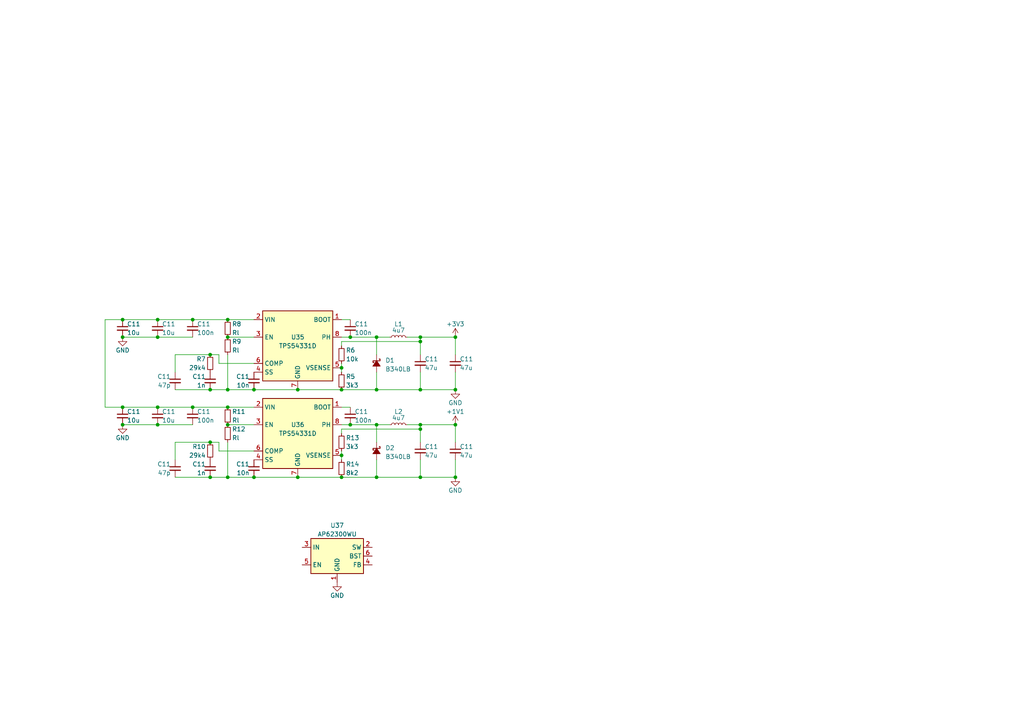
<source format=kicad_sch>
(kicad_sch (version 20230121) (generator eeschema)
  (paper "A4")
  (lib_symbols
    (symbol "Device:C_Small" (pin_numbers hide) (pin_names (offset 0.254) hide)
      (property "Reference" "C" (at 0.254 1.778 0))
      (property "Value" "C_Small" (at 0.254 -2.032 0))
      (symbol "C_Small_0_1"
        (polyline (pts (xy -1.524 -0.508) (xy 1.524 -0.508)) (stroke (width 0.3302)))
        (polyline (pts (xy -1.524 0.508) (xy 1.524 0.508)) (stroke (width 0.3048)))
      )
      (symbol "C_Small_1_1"
        (pin passive line (at 0 2.54 270) (length 2.032) (name "~") (number "1"))
        (pin passive line (at 0 -2.54 90) (length 2.032) (name "~") (number "2"))
      )
    )
    (symbol "Device:D_Schottky_Small_Filled" (pin_numbers hide) (pin_names (offset 0.254) hide)
      (property "Reference" "D" (at -1.27 2.032 0))
      (property "Value" "D_Schottky_Small_Filled" (at -7.112 -2.032 0))
      (symbol "D_Schottky_Small_Filled_0_1"
        (polyline (pts (xy -0.762 0) (xy 0.762 0)))
        (polyline (pts (xy 0.762 -1.016) (xy -0.762 0) (xy 0.762 1.016) (xy 0.762 -1.016)) (stroke (width 0.254)) (fill (type outline)))
        (polyline (pts (xy -1.27 0.762) (xy -1.27 1.016) (xy -0.762 1.016) (xy -0.762 -1.016) (xy -0.254 -1.016) (xy -0.254 -0.762)) (stroke (width 0.254)))
      )
      (symbol "D_Schottky_Small_Filled_1_1"
        (pin passive line (at -2.54 0 0) (length 1.778) (name "K") (number "1"))
        (pin passive line (at 2.54 0 180) (length 1.778) (name "A") (number "2"))
      )
    )
    (symbol "Device:L_Small" (pin_numbers hide) (pin_names (offset 0.254) hide)
      (property "Reference" "L" (at 0.762 1.016 0))
      (property "Value" "L_Small" (at 0.762 -1.016 0))
      (symbol "L_Small_0_1"
        (arc (start 0 -2.032) (mid 0.5058 -1.524) (end 0 -1.016))
        (arc (start 0 -1.016) (mid 0.5058 -0.508) (end 0 0))
        (arc (start 0 0) (mid 0.5058 0.508) (end 0 1.016))
        (arc (start 0 1.016) (mid 0.5058 1.524) (end 0 2.032))
      )
      (symbol "L_Small_1_1"
        (pin passive line (at 0 2.54 270) (length 0.508) (name "~") (number "1"))
        (pin passive line (at 0 -2.54 90) (length 0.508) (name "~") (number "2"))
      )
    )
    (symbol "Device:R_Small" (pin_numbers hide) (pin_names (offset 0.254) hide)
      (property "Reference" "R" (at 0.762 0.508 0))
      (property "Value" "R_Small" (at 0.762 -1.016 0))
      (symbol "R_Small_0_1"
        (rectangle (start -0.762 1.778) (end 0.762 -1.778) (stroke (width 0.2032)))
      )
      (symbol "R_Small_1_1"
        (pin passive line (at 0 2.54 270) (length 0.762) (name "~") (number "1"))
        (pin passive line (at 0 -2.54 90) (length 0.762) (name "~") (number "2"))
      )
    )
    (symbol "GW_Power:TPS54331D"
      (property "Reference" "U" (at 0 2.54 0))
      (property "Value" "TPS54331D" (at 0 0 0))
      (symbol "TPS54331D_1_1"
        (rectangle (start -10.16 10.16) (end 10.16 -10.16) (stroke (width 0.254)) (fill (type background)))
        (pin output line (at 12.7 7.62 180) (length 2.54) (name "BOOT") (number "1"))
        (pin power_in line (at -12.7 7.62 0) (length 2.54) (name "VIN") (number "2"))
        (pin input line (at -12.7 2.54 0) (length 2.54) (name "EN") (number "3"))
        (pin output line (at -12.7 -7.62 0) (length 2.54) (name "SS") (number "4"))
        (pin input line (at 12.7 -6.35 180) (length 2.54) (name "VSENSE") (number "5"))
        (pin output line (at -12.7 -5.08 0) (length 2.54) (name "COMP") (number "6"))
        (pin power_in line (at 0 -12.7 90) (length 2.54) (name "GND") (number "7"))
        (pin output line (at 12.7 2.54 180) (length 2.54) (name "PH") (number "8"))
      )
    )
    (symbol "Regulator_Switching:AP62300WU"
      (property "Reference" "U" (at -7.62 6.35 0))
      (property "Value" "AP62300WU" (at 2.54 6.35 0))
      (symbol "AP62300WU_0_1"
        (rectangle (start -7.62 5.08) (end 7.62 -5.08) (stroke (width 0.254)) (fill (type background)))
      )
      (symbol "AP62300WU_1_1"
        (pin power_in line (at 0 -7.62 90) (length 2.54) (name "GND") (number "1"))
        (pin output line (at 10.16 2.54 180) (length 2.54) (name "SW") (number "2"))
        (pin power_in line (at -10.16 2.54 0) (length 2.54) (name "IN") (number "3"))
        (pin input line (at 10.16 -2.54 180) (length 2.54) (name "FB") (number "4"))
        (pin input line (at -10.16 -2.54 0) (length 2.54) (name "EN") (number "5"))
        (pin passive line (at 10.16 0 180) (length 2.54) (name "BST") (number "6"))
      )
    )
    (symbol "power:+1V1" (power) (pin_names (offset 0))
      (property "Value" "+1V1" (at 0 3.556 0))
      (symbol "+1V1_0_1"
        (polyline (pts (xy -0.762 1.27) (xy 0 2.54)))
        (polyline (pts (xy 0 0) (xy 0 2.54)))
        (polyline (pts (xy 0 2.54) (xy 0.762 1.27)))
      )
      (symbol "+1V1_1_1"
        (pin power_in line (at 0 0 90) (length 0) hide (name "+1V1") (number "1"))
      )
    )
    (symbol "power:+3V3" (power) (pin_names (offset 0))
      (property "Value" "+3V3" (at 0 3.556 0))
      (symbol "+3V3_0_1"
        (polyline (pts (xy -0.762 1.27) (xy 0 2.54)))
        (polyline (pts (xy 0 0) (xy 0 2.54)))
        (polyline (pts (xy 0 2.54) (xy 0.762 1.27)))
      )
      (symbol "+3V3_1_1"
        (pin power_in line (at 0 0 90) (length 0) hide (name "+3V3") (number "1"))
      )
    )
    (symbol "power:GND" (power) (pin_names (offset 0))
      (property "Value" "GND" (at 0 -3.81 0))
      (symbol "GND_0_1"
        (polyline (pts (xy 0 0) (xy 0 -1.27) (xy 1.27 -1.27) (xy 0 -2.54) (xy -1.27 -1.27) (xy 0 -1.27)))
      )
      (symbol "GND_1_1"
        (pin power_in line (at 0 0 270) (length 0) hide (name "GND") (number "1"))
      )
    )
  )
  (junction (at 66.04 113.03))
  (junction (at 121.92 99.06))
  (junction (at 99.06 138.43))
  (junction (at 66.04 118.11))
  (junction (at 73.66 138.43))
  (junction (at 35.56 97.79))
  (junction (at 109.22 97.79))
  (junction (at 60.96 113.03))
  (junction (at 55.88 118.11))
  (junction (at 66.04 92.71))
  (junction (at 66.04 123.19))
  (junction (at 101.6 123.19))
  (junction (at 99.06 106.68))
  (junction (at 73.66 113.03))
  (junction (at 132.08 97.79))
  (junction (at 121.92 97.79))
  (junction (at 121.92 124.46))
  (junction (at 66.04 138.43))
  (junction (at 121.92 113.03))
  (junction (at 35.56 118.11))
  (junction (at 45.72 123.19))
  (junction (at 86.36 113.03))
  (junction (at 109.22 138.43))
  (junction (at 109.22 113.03))
  (junction (at 55.88 92.71))
  (junction (at 99.06 132.08))
  (junction (at 101.6 97.79))
  (junction (at 86.36 138.43))
  (junction (at 121.92 138.43))
  (junction (at 99.06 113.03))
  (junction (at 132.08 123.19))
  (junction (at 109.22 123.19))
  (junction (at 35.56 123.19))
  (junction (at 66.04 97.79))
  (junction (at 60.96 102.87))
  (junction (at 121.92 123.19))
  (junction (at 45.72 92.71))
  (junction (at 60.96 128.27))
  (junction (at 45.72 97.79))
  (junction (at 132.08 138.43))
  (junction (at 45.72 118.11))
  (junction (at 60.96 138.43))
  (junction (at 35.56 92.71))
  (junction (at 132.08 113.03))
  (wire (pts (xy 99.06 99.06) (xy 99.06 100.33)))
  (wire (pts (xy 63.5 128.27) (xy 63.5 130.81)))
  (wire (pts (xy 99.06 99.06) (xy 121.92 99.06)))
  (wire (pts (xy 45.72 123.19) (xy 55.88 123.19)))
  (wire (pts (xy 86.36 138.43) (xy 99.06 138.43)))
  (wire (pts (xy 35.56 92.71) (xy 45.72 92.71)))
  (wire (pts (xy 121.92 97.79) (xy 121.92 99.06)))
  (wire (pts (xy 121.92 97.79) (xy 132.08 97.79)))
  (wire (pts (xy 60.96 128.27) (xy 63.5 128.27)))
  (wire (pts (xy 121.92 113.03) (xy 132.08 113.03)))
  (wire (pts (xy 99.06 124.46) (xy 121.92 124.46)))
  (wire (pts (xy 55.88 92.71) (xy 66.04 92.71)))
  (wire (pts (xy 121.92 138.43) (xy 132.08 138.43)))
  (wire (pts (xy 99.06 113.03) (xy 109.22 113.03)))
  (wire (pts (xy 86.36 113.03) (xy 99.06 113.03)))
  (wire (pts (xy 109.22 128.27) (xy 109.22 123.19)))
  (wire (pts (xy 60.96 138.43) (xy 66.04 138.43)))
  (wire (pts (xy 45.72 92.71) (xy 55.88 92.71)))
  (wire (pts (xy 73.66 113.03) (xy 86.36 113.03)))
  (wire (pts (xy 99.06 105.41) (xy 99.06 106.68)))
  (wire (pts (xy 30.48 118.11) (xy 35.56 118.11)))
  (wire (pts (xy 66.04 113.03) (xy 73.66 113.03)))
  (wire (pts (xy 63.5 102.87) (xy 63.5 105.41)))
  (wire (pts (xy 99.06 130.81) (xy 99.06 132.08)))
  (wire (pts (xy 99.06 138.43) (xy 109.22 138.43)))
  (wire (pts (xy 101.6 92.71) (xy 99.06 92.71)))
  (wire (pts (xy 99.06 132.08) (xy 99.06 133.35)))
  (wire (pts (xy 50.8 138.43) (xy 60.96 138.43)))
  (wire (pts (xy 99.06 97.79) (xy 101.6 97.79)))
  (wire (pts (xy 121.92 138.43) (xy 109.22 138.43)))
  (wire (pts (xy 132.08 113.03) (xy 132.08 107.95)))
  (wire (pts (xy 109.22 113.03) (xy 109.22 107.95)))
  (wire (pts (xy 132.08 123.19) (xy 132.08 128.27)))
  (wire (pts (xy 121.92 99.06) (xy 121.92 102.87)))
  (wire (pts (xy 66.04 138.43) (xy 73.66 138.43)))
  (wire (pts (xy 50.8 102.87) (xy 50.8 107.95)))
  (wire (pts (xy 121.92 124.46) (xy 121.92 128.27)))
  (wire (pts (xy 121.92 123.19) (xy 121.92 124.46)))
  (wire (pts (xy 50.8 128.27) (xy 50.8 133.35)))
  (wire (pts (xy 60.96 128.27) (xy 50.8 128.27)))
  (wire (pts (xy 121.92 123.19) (xy 132.08 123.19)))
  (wire (pts (xy 99.06 106.68) (xy 99.06 107.95)))
  (wire (pts (xy 101.6 123.19) (xy 99.06 123.19)))
  (wire (pts (xy 55.88 118.11) (xy 45.72 118.11)))
  (wire (pts (xy 66.04 97.79) (xy 73.66 97.79)))
  (wire (pts (xy 55.88 118.11) (xy 66.04 118.11)))
  (wire (pts (xy 132.08 138.43) (xy 132.08 133.35)))
  (wire (pts (xy 99.06 124.46) (xy 99.06 125.73)))
  (wire (pts (xy 109.22 102.87) (xy 109.22 97.79)))
  (wire (pts (xy 66.04 128.27) (xy 66.04 138.43)))
  (wire (pts (xy 118.11 123.19) (xy 121.92 123.19)))
  (wire (pts (xy 30.48 92.71) (xy 35.56 92.71)))
  (wire (pts (xy 66.04 123.19) (xy 73.66 123.19)))
  (wire (pts (xy 35.56 123.19) (xy 45.72 123.19)))
  (wire (pts (xy 113.03 97.79) (xy 109.22 97.79)))
  (wire (pts (xy 109.22 138.43) (xy 109.22 133.35)))
  (wire (pts (xy 50.8 113.03) (xy 60.96 113.03)))
  (wire (pts (xy 60.96 102.87) (xy 63.5 102.87)))
  (wire (pts (xy 63.5 105.41) (xy 73.66 105.41)))
  (wire (pts (xy 30.48 118.11) (xy 30.48 92.71)))
  (wire (pts (xy 60.96 102.87) (xy 50.8 102.87)))
  (wire (pts (xy 121.92 138.43) (xy 121.92 133.35)))
  (wire (pts (xy 121.92 113.03) (xy 121.92 107.95)))
  (wire (pts (xy 113.03 123.19) (xy 109.22 123.19)))
  (wire (pts (xy 118.11 97.79) (xy 121.92 97.79)))
  (wire (pts (xy 66.04 102.87) (xy 66.04 113.03)))
  (wire (pts (xy 66.04 118.11) (xy 73.66 118.11)))
  (wire (pts (xy 60.96 113.03) (xy 66.04 113.03)))
  (wire (pts (xy 132.08 97.79) (xy 132.08 102.87)))
  (wire (pts (xy 63.5 130.81) (xy 73.66 130.81)))
  (wire (pts (xy 45.72 118.11) (xy 35.56 118.11)))
  (wire (pts (xy 35.56 97.79) (xy 45.72 97.79)))
  (wire (pts (xy 121.92 113.03) (xy 109.22 113.03)))
  (wire (pts (xy 101.6 118.11) (xy 99.06 118.11)))
  (wire (pts (xy 101.6 123.19) (xy 109.22 123.19)))
  (wire (pts (xy 66.04 92.71) (xy 73.66 92.71)))
  (wire (pts (xy 45.72 97.79) (xy 55.88 97.79)))
  (wire (pts (xy 73.66 138.43) (xy 86.36 138.43)))
  (wire (pts (xy 101.6 97.79) (xy 109.22 97.79)))
  (symbol (lib_id "Device:C_Small") (at 60.96 135.89 0) (mirror y) (unit 1)
    (property "Reference" "C11" (at 59.69 134.62 0) (effects (justify left)))
    (property "Value" "1n" (at 59.69 137.16 0) (effects (justify left)))
    (property "Footprint" "stdpads:C_0402" (effects hide))
    (instances (project "SE-030" (path "" (reference "C11") (unit 1)) (path "" (reference "C?") (unit 1)) (path "" (reference "C52") (unit 1))))
  )
  (symbol (lib_id "Device:C_Small") (at 35.56 95.25 0) (unit 1)
    (property "Reference" "C11" (at 36.83 93.98 0) (effects (justify left)))
    (property "Value" "10u" (at 36.83 96.52 0) (effects (justify left)))
    (property "Footprint" "stdpads:C_0805" (effects hide))
    (instances (project "SE-030" (path "" (reference "C11") (unit 1)) (path "" (reference "C?") (unit 1)) (path "" (reference "C59") (unit 1))))
  )
  (symbol (lib_id "Device:C_Small") (at 73.66 135.89 0) (mirror y) (unit 1)
    (property "Reference" "C11" (at 72.39 134.62 0) (effects (justify left)))
    (property "Value" "10n" (at 72.39 137.16 0) (effects (justify left)))
    (property "Footprint" "stdpads:C_0402" (effects hide))
    (instances (project "SE-030" (path "" (reference "C11") (unit 1)) (path "" (reference "C?") (unit 1)) (path "" (reference "C53") (unit 1))))
  )
  (symbol (lib_id "Device:L_Small") (at 115.57 123.19 90) (unit 1)
    (property "Reference" "L2" (at 115.57 119.38 90))
    (property "Value" "4u7" (at 115.57 121.92 90) (effects (justify top)))
    (property "Footprint" "stdpads:TaiyoYuden_NRS6028" (effects hide))
  )
  (symbol (lib_id "Device:R_Small") (at 99.06 135.89 0) (unit 1)
    (property "Reference" "R14" (at 100.33 134.62 0) (effects (justify left)))
    (property "Value" "8k2" (at 100.33 137.16 0) (effects (justify left)))
    (property "Footprint" "stdpads:R_0603" (effects hide))
  )
  (symbol (lib_id "Device:D_Schottky_Small_Filled") (at 109.22 130.81 270) (unit 1)
    (property "Reference" "D2" (at 111.76 129.921 90) (effects (justify left)))
    (property "Value" "B340LB" (at 111.76 132.461 90) (effects (justify left)))
    (property "Footprint" "stdpads:D_SMA" (effects hide))
  )
  (symbol (lib_id "Device:R_Small") (at 66.04 125.73 0) (unit 1)
    (property "Reference" "R12" (at 67.31 124.46 0) (effects (justify left)))
    (property "Value" "Rl" (at 67.31 127 0) (effects (justify left)))
    (property "Footprint" "stdpads:R_0603" (effects hide))
  )
  (symbol (lib_id "power:GND") (at 132.08 113.03 0) (unit 1)
    (property "Reference" "#PWR053" (effects hide))
    (property "Value" "GND" (at 132.08 116.84 0))
  )
  (symbol (lib_id "Device:C_Small") (at 132.08 105.41 0) (unit 1)
    (property "Reference" "C11" (at 133.35 104.14 0) (effects (justify left)))
    (property "Value" "47u" (at 133.35 106.68 0) (effects (justify left)))
    (property "Footprint" "stdpads:C_1210" (effects hide))
    (instances (project "SE-030" (path "" (reference "C11") (unit 1)) (path "" (reference "C?") (unit 1)) (path "" (reference "C47") (unit 1))))
  )
  (symbol (lib_id "Device:R_Small") (at 99.06 102.87 0) (unit 1)
    (property "Reference" "R6" (at 100.33 101.6 0) (effects (justify left)))
    (property "Value" "10k" (at 100.33 104.14 0) (effects (justify left)))
    (property "Footprint" "stdpads:R_0603" (effects hide))
  )
  (symbol (lib_id "power:+3V3") (at 132.08 97.79 0) (unit 1)
    (property "Reference" "#PWR056" (effects hide))
    (property "Value" "+3V3" (at 132.08 93.98 0))
  )
  (symbol (lib_id "Device:R_Small") (at 60.96 130.81 0) (mirror y) (unit 1)
    (property "Reference" "R10" (at 59.69 129.54 0) (effects (justify left)))
    (property "Value" "29k4" (at 59.69 132.08 0) (effects (justify left)))
    (property "Footprint" "stdpads:R_0603" (effects hide))
  )
  (symbol (lib_id "Device:C_Small") (at 101.6 95.25 0) (unit 1)
    (property "Reference" "C11" (at 102.87 93.98 0) (effects (justify left)))
    (property "Value" "100n" (at 102.87 96.52 0) (effects (justify left)))
    (property "Footprint" "stdpads:C_0402" (effects hide))
    (instances (project "SE-030" (path "" (reference "C11") (unit 1)) (path "" (reference "C?") (unit 1)) (path "" (reference "C2") (unit 1))))
  )
  (symbol (lib_id "Device:C_Small") (at 55.88 95.25 0) (unit 1)
    (property "Reference" "C11" (at 57.15 93.98 0) (effects (justify left)))
    (property "Value" "100n" (at 57.15 96.52 0) (effects (justify left)))
    (property "Footprint" "stdpads:C_0402" (effects hide))
    (instances (project "SE-030" (path "" (reference "C11") (unit 1)) (path "" (reference "C?") (unit 1)) (path "" (reference "C61") (unit 1))))
  )
  (symbol (lib_id "power:+1V1") (at 132.08 123.19 0) (unit 1)
    (property "Reference" "#PWR055" (effects hide))
    (property "Value" "+1V1" (at 132.08 119.38 0))
  )
  (symbol (lib_id "power:GND") (at 35.56 123.19 0) (unit 1)
    (property "Reference" "#PWR059" (effects hide))
    (property "Value" "GND" (at 35.56 127 0))
  )
  (symbol (lib_id "Device:C_Small") (at 73.66 110.49 0) (mirror y) (unit 1)
    (property "Reference" "C11" (at 72.39 109.22 0) (effects (justify left)))
    (property "Value" "10n" (at 72.39 111.76 0) (effects (justify left)))
    (property "Footprint" "stdpads:C_0402" (effects hide))
    (instances (project "SE-030" (path "" (reference "C11") (unit 1)) (path "" (reference "C?") (unit 1)) (path "" (reference "C48") (unit 1))))
  )
  (symbol (lib_id "Device:C_Small") (at 121.92 105.41 0) (unit 1)
    (property "Reference" "C11" (at 123.19 104.14 0) (effects (justify left)))
    (property "Value" "47u" (at 123.19 106.68 0) (effects (justify left)))
    (property "Footprint" "stdpads:C_1210" (effects hide))
    (instances (project "SE-030" (path "" (reference "C11") (unit 1)) (path "" (reference "C?") (unit 1)) (path "" (reference "C3") (unit 1))))
  )
  (symbol (lib_id "Device:R_Small") (at 66.04 95.25 0) (unit 1)
    (property "Reference" "R8" (at 67.31 93.98 0) (effects (justify left)))
    (property "Value" "Rl" (at 67.31 96.52 0) (effects (justify left)))
    (property "Footprint" "stdpads:R_0603" (effects hide))
  )
  (symbol (lib_id "Device:C_Small") (at 121.92 130.81 0) (unit 1)
    (property "Reference" "C11" (at 123.19 129.54 0) (effects (justify left)))
    (property "Value" "47u" (at 123.19 132.08 0) (effects (justify left)))
    (property "Footprint" "stdpads:C_1210" (effects hide))
    (instances (project "SE-030" (path "" (reference "C11") (unit 1)) (path "" (reference "C?") (unit 1)) (path "" (reference "C55") (unit 1))))
  )
  (symbol (lib_id "power:GND") (at 35.56 97.79 0) (unit 1)
    (property "Reference" "#PWR060" (effects hide))
    (property "Value" "GND" (at 35.56 101.6 0))
  )
  (symbol (lib_id "Device:C_Small") (at 45.72 95.25 0) (unit 1)
    (property "Reference" "C11" (at 46.99 93.98 0) (effects (justify left)))
    (property "Value" "10u" (at 46.99 96.52 0) (effects (justify left)))
    (property "Footprint" "stdpads:C_0805" (effects hide))
    (instances (project "SE-030" (path "" (reference "C11") (unit 1)) (path "" (reference "C?") (unit 1)) (path "" (reference "C60") (unit 1))))
  )
  (symbol (lib_id "Device:C_Small") (at 60.96 110.49 0) (mirror y) (unit 1)
    (property "Reference" "C11" (at 59.69 109.22 0) (effects (justify left)))
    (property "Value" "1n" (at 59.69 111.76 0) (effects (justify left)))
    (property "Footprint" "stdpads:C_0402" (effects hide))
    (instances (project "SE-030" (path "" (reference "C11") (unit 1)) (path "" (reference "C?") (unit 1)) (path "" (reference "C49") (unit 1))))
  )
  (symbol (lib_id "Device:C_Small") (at 55.88 120.65 0) (unit 1)
    (property "Reference" "C11" (at 57.15 119.38 0) (effects (justify left)))
    (property "Value" "100n" (at 57.15 121.92 0) (effects (justify left)))
    (property "Footprint" "stdpads:C_0402" (effects hide))
    (instances (project "SE-030" (path "" (reference "C11") (unit 1)) (path "" (reference "C?") (unit 1)) (path "" (reference "C1") (unit 1))))
  )
  (symbol (lib_id "Device:C_Small") (at 101.6 120.65 0) (unit 1)
    (property "Reference" "C11" (at 102.87 119.38 0) (effects (justify left)))
    (property "Value" "100n" (at 102.87 121.92 0) (effects (justify left)))
    (property "Footprint" "stdpads:C_0402" (effects hide))
    (instances (project "SE-030" (path "" (reference "C11") (unit 1)) (path "" (reference "C?") (unit 1)) (path "" (reference "C54") (unit 1))))
  )
  (symbol (lib_id "power:GND") (at 97.79 168.91 0) (unit 1)
    (property "Reference" "#PWR061" (effects hide))
    (property "Value" "GND" (at 97.79 172.72 0))
  )
  (symbol (lib_id "Device:C_Small") (at 132.08 130.81 0) (unit 1)
    (property "Reference" "C11" (at 133.35 129.54 0) (effects (justify left)))
    (property "Value" "47u" (at 133.35 132.08 0) (effects (justify left)))
    (property "Footprint" "stdpads:C_1210" (effects hide))
    (instances (project "SE-030" (path "" (reference "C11") (unit 1)) (path "" (reference "C?") (unit 1)) (path "" (reference "C56") (unit 1))))
  )
  (symbol (lib_id "Device:R_Small") (at 99.06 110.49 0) (unit 1)
    (property "Reference" "R5" (at 100.33 109.22 0) (effects (justify left)))
    (property "Value" "3k3" (at 100.33 111.76 0) (effects (justify left)))
    (property "Footprint" "stdpads:R_0603" (effects hide))
  )
  (symbol (lib_id "Device:C_Small") (at 35.56 120.65 0) (unit 1)
    (property "Reference" "C11" (at 36.83 119.38 0) (effects (justify left)))
    (property "Value" "10u" (at 36.83 121.92 0) (effects (justify left)))
    (property "Footprint" "stdpads:C_0805" (effects hide))
    (instances (project "SE-030" (path "" (reference "C11") (unit 1)) (path "" (reference "C?") (unit 1)) (path "" (reference "C58") (unit 1))))
  )
  (symbol (lib_id "Device:C_Small") (at 50.8 135.89 0) (mirror y) (unit 1)
    (property "Reference" "C11" (at 49.53 134.62 0) (effects (justify left)))
    (property "Value" "47p" (at 49.53 137.16 0) (effects (justify left)))
    (property "Footprint" "stdpads:C_0402" (effects hide))
    (instances (project "SE-030" (path "" (reference "C11") (unit 1)) (path "" (reference "C?") (unit 1)) (path "" (reference "C51") (unit 1))))
  )
  (symbol (lib_id "Device:C_Small") (at 50.8 110.49 0) (mirror y) (unit 1)
    (property "Reference" "C11" (at 49.53 109.22 0) (effects (justify left)))
    (property "Value" "47p" (at 49.53 111.76 0) (effects (justify left)))
    (property "Footprint" "stdpads:C_0402" (effects hide))
    (instances (project "SE-030" (path "" (reference "C11") (unit 1)) (path "" (reference "C?") (unit 1)) (path "" (reference "C50") (unit 1))))
  )
  (symbol (lib_id "GW_Power:TPS54331D") (at 86.36 125.73 0) (unit 1)
    (property "Reference" "U36" (at 86.36 123.19 0))
    (property "Value" "TPS54331D" (at 86.36 125.73 0))
    (property "Footprint" "stdpads:SOIC-8_3.9mm" (effects hide))
    (property "Datasheet" "http://www.ti.com/lit/ds/symlink/tps54336a.pdf" (effects hide))
  )
  (symbol (lib_id "power:GND") (at 132.08 138.43 0) (unit 1)
    (property "Reference" "#PWR054" (effects hide))
    (property "Value" "GND" (at 132.08 142.24 0))
  )
  (symbol (lib_id "Device:R_Small") (at 66.04 100.33 0) (unit 1)
    (property "Reference" "R9" (at 67.31 99.06 0) (effects (justify left)))
    (property "Value" "Rl" (at 67.31 101.6 0) (effects (justify left)))
    (property "Footprint" "stdpads:R_0603" (effects hide))
  )
  (symbol (lib_id "Device:R_Small") (at 66.04 120.65 0) (unit 1)
    (property "Reference" "R11" (at 67.31 119.38 0) (effects (justify left)))
    (property "Value" "Rl" (at 67.31 121.92 0) (effects (justify left)))
    (property "Footprint" "stdpads:R_0603" (effects hide))
  )
  (symbol (lib_id "Device:C_Small") (at 45.72 120.65 0) (unit 1)
    (property "Reference" "C11" (at 46.99 119.38 0) (effects (justify left)))
    (property "Value" "10u" (at 46.99 121.92 0) (effects (justify left)))
    (property "Footprint" "stdpads:C_0805" (effects hide))
    (instances (project "SE-030" (path "" (reference "C11") (unit 1)) (path "" (reference "C?") (unit 1)) (path "" (reference "C57") (unit 1))))
  )
  (symbol (lib_id "Regulator_Switching:AP62300WU") (at 97.79 161.29 0) (unit 1)
    (property "Reference" "U37" (at 97.79 152.4 0))
    (property "Value" "AP62300WU" (at 97.79 154.94 0))
    (property "Footprint" "Package_TO_SOT_SMD:TSOT-23-6" (effects hide))
    (property "Datasheet" "https://www.diodes.com/assets/Datasheets/AP62300_AP62301_AP62300T.pdf" (effects hide))
  )
  (symbol (lib_id "Device:R_Small") (at 60.96 105.41 0) (mirror y) (unit 1)
    (property "Reference" "R7" (at 59.69 104.14 0) (effects (justify left)))
    (property "Value" "29k4" (at 59.69 106.68 0) (effects (justify left)))
    (property "Footprint" "stdpads:R_0603" (effects hide))
  )
  (symbol (lib_id "Device:L_Small") (at 115.57 97.79 90) (unit 1)
    (property "Reference" "L1" (at 115.57 93.98 90))
    (property "Value" "4u7" (at 115.57 96.52 90) (effects (justify top)))
    (property "Footprint" "stdpads:TaiyoYuden_NRS6028" (effects hide))
  )
  (symbol (lib_id "Device:R_Small") (at 99.06 128.27 0) (unit 1)
    (property "Reference" "R13" (at 100.33 127 0) (effects (justify left)))
    (property "Value" "3k3" (at 100.33 129.54 0) (effects (justify left)))
    (property "Footprint" "stdpads:R_0603" (effects hide))
  )
  (symbol (lib_id "GW_Power:TPS54331D") (at 86.36 100.33 0) (unit 1)
    (property "Reference" "U35" (at 86.36 97.79 0))
    (property "Value" "TPS54331D" (at 86.36 100.33 0))
    (property "Footprint" "stdpads:SOIC-8_3.9mm" (effects hide))
    (property "Datasheet" "http://www.ti.com/lit/ds/symlink/tps54336a.pdf" (effects hide))
  )
  (symbol (lib_id "Device:D_Schottky_Small_Filled") (at 109.22 105.41 270) (unit 1)
    (property "Reference" "D1" (at 111.76 104.521 90) (effects (justify left)))
    (property "Value" "B340LB" (at 111.76 107.061 90) (effects (justify left)))
    (property "Footprint" "stdpads:D_SMA" (effects hide))
  )
)
</source>
